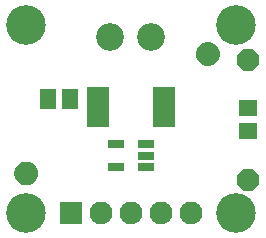
<source format=gbr>
G04 EAGLE Gerber RS-274X export*
G75*
%MOMM*%
%FSLAX34Y34*%
%LPD*%
%INSoldermask Top*%
%IPPOS*%
%AMOC8*
5,1,8,0,0,1.08239X$1,22.5*%
G01*
%ADD10R,1.452400X1.652400*%
%ADD11C,1.152400*%
%ADD12C,0.500000*%
%ADD13C,3.352400*%
%ADD14R,1.952400X3.352400*%
%ADD15C,2.336800*%
%ADD16R,1.352400X0.702400*%
%ADD17R,1.930400X1.930400*%
%ADD18C,1.930400*%
%ADD19P,1.979475X8X112.500000*%
%ADD20R,1.600000X1.400000*%


D10*
X62840Y121190D03*
X43840Y121190D03*
D11*
X179320Y159570D03*
D12*
X179320Y167070D02*
X179139Y167068D01*
X178958Y167061D01*
X178777Y167050D01*
X178596Y167035D01*
X178416Y167015D01*
X178236Y166991D01*
X178057Y166963D01*
X177879Y166930D01*
X177702Y166893D01*
X177525Y166852D01*
X177350Y166807D01*
X177175Y166757D01*
X177002Y166703D01*
X176831Y166645D01*
X176660Y166583D01*
X176492Y166516D01*
X176325Y166446D01*
X176159Y166372D01*
X175996Y166293D01*
X175835Y166211D01*
X175675Y166125D01*
X175518Y166035D01*
X175363Y165941D01*
X175210Y165844D01*
X175060Y165742D01*
X174912Y165638D01*
X174766Y165529D01*
X174624Y165418D01*
X174484Y165302D01*
X174347Y165184D01*
X174212Y165062D01*
X174081Y164937D01*
X173953Y164809D01*
X173828Y164678D01*
X173706Y164543D01*
X173588Y164406D01*
X173472Y164266D01*
X173361Y164124D01*
X173252Y163978D01*
X173148Y163830D01*
X173046Y163680D01*
X172949Y163527D01*
X172855Y163372D01*
X172765Y163215D01*
X172679Y163055D01*
X172597Y162894D01*
X172518Y162731D01*
X172444Y162565D01*
X172374Y162398D01*
X172307Y162230D01*
X172245Y162059D01*
X172187Y161888D01*
X172133Y161715D01*
X172083Y161540D01*
X172038Y161365D01*
X171997Y161188D01*
X171960Y161011D01*
X171927Y160833D01*
X171899Y160654D01*
X171875Y160474D01*
X171855Y160294D01*
X171840Y160113D01*
X171829Y159932D01*
X171822Y159751D01*
X171820Y159570D01*
X179320Y167070D02*
X179501Y167068D01*
X179682Y167061D01*
X179863Y167050D01*
X180044Y167035D01*
X180224Y167015D01*
X180404Y166991D01*
X180583Y166963D01*
X180761Y166930D01*
X180938Y166893D01*
X181115Y166852D01*
X181290Y166807D01*
X181465Y166757D01*
X181638Y166703D01*
X181809Y166645D01*
X181980Y166583D01*
X182148Y166516D01*
X182315Y166446D01*
X182481Y166372D01*
X182644Y166293D01*
X182805Y166211D01*
X182965Y166125D01*
X183122Y166035D01*
X183277Y165941D01*
X183430Y165844D01*
X183580Y165742D01*
X183728Y165638D01*
X183874Y165529D01*
X184016Y165418D01*
X184156Y165302D01*
X184293Y165184D01*
X184428Y165062D01*
X184559Y164937D01*
X184687Y164809D01*
X184812Y164678D01*
X184934Y164543D01*
X185052Y164406D01*
X185168Y164266D01*
X185279Y164124D01*
X185388Y163978D01*
X185492Y163830D01*
X185594Y163680D01*
X185691Y163527D01*
X185785Y163372D01*
X185875Y163215D01*
X185961Y163055D01*
X186043Y162894D01*
X186122Y162731D01*
X186196Y162565D01*
X186266Y162398D01*
X186333Y162230D01*
X186395Y162059D01*
X186453Y161888D01*
X186507Y161715D01*
X186557Y161540D01*
X186602Y161365D01*
X186643Y161188D01*
X186680Y161011D01*
X186713Y160833D01*
X186741Y160654D01*
X186765Y160474D01*
X186785Y160294D01*
X186800Y160113D01*
X186811Y159932D01*
X186818Y159751D01*
X186820Y159570D01*
X186818Y159389D01*
X186811Y159208D01*
X186800Y159027D01*
X186785Y158846D01*
X186765Y158666D01*
X186741Y158486D01*
X186713Y158307D01*
X186680Y158129D01*
X186643Y157952D01*
X186602Y157775D01*
X186557Y157600D01*
X186507Y157425D01*
X186453Y157252D01*
X186395Y157081D01*
X186333Y156910D01*
X186266Y156742D01*
X186196Y156575D01*
X186122Y156409D01*
X186043Y156246D01*
X185961Y156085D01*
X185875Y155925D01*
X185785Y155768D01*
X185691Y155613D01*
X185594Y155460D01*
X185492Y155310D01*
X185388Y155162D01*
X185279Y155016D01*
X185168Y154874D01*
X185052Y154734D01*
X184934Y154597D01*
X184812Y154462D01*
X184687Y154331D01*
X184559Y154203D01*
X184428Y154078D01*
X184293Y153956D01*
X184156Y153838D01*
X184016Y153722D01*
X183874Y153611D01*
X183728Y153502D01*
X183580Y153398D01*
X183430Y153296D01*
X183277Y153199D01*
X183122Y153105D01*
X182965Y153015D01*
X182805Y152929D01*
X182644Y152847D01*
X182481Y152768D01*
X182315Y152694D01*
X182148Y152624D01*
X181980Y152557D01*
X181809Y152495D01*
X181638Y152437D01*
X181465Y152383D01*
X181290Y152333D01*
X181115Y152288D01*
X180938Y152247D01*
X180761Y152210D01*
X180583Y152177D01*
X180404Y152149D01*
X180224Y152125D01*
X180044Y152105D01*
X179863Y152090D01*
X179682Y152079D01*
X179501Y152072D01*
X179320Y152070D01*
X179139Y152072D01*
X178958Y152079D01*
X178777Y152090D01*
X178596Y152105D01*
X178416Y152125D01*
X178236Y152149D01*
X178057Y152177D01*
X177879Y152210D01*
X177702Y152247D01*
X177525Y152288D01*
X177350Y152333D01*
X177175Y152383D01*
X177002Y152437D01*
X176831Y152495D01*
X176660Y152557D01*
X176492Y152624D01*
X176325Y152694D01*
X176159Y152768D01*
X175996Y152847D01*
X175835Y152929D01*
X175675Y153015D01*
X175518Y153105D01*
X175363Y153199D01*
X175210Y153296D01*
X175060Y153398D01*
X174912Y153502D01*
X174766Y153611D01*
X174624Y153722D01*
X174484Y153838D01*
X174347Y153956D01*
X174212Y154078D01*
X174081Y154203D01*
X173953Y154331D01*
X173828Y154462D01*
X173706Y154597D01*
X173588Y154734D01*
X173472Y154874D01*
X173361Y155016D01*
X173252Y155162D01*
X173148Y155310D01*
X173046Y155460D01*
X172949Y155613D01*
X172855Y155768D01*
X172765Y155925D01*
X172679Y156085D01*
X172597Y156246D01*
X172518Y156409D01*
X172444Y156575D01*
X172374Y156742D01*
X172307Y156910D01*
X172245Y157081D01*
X172187Y157252D01*
X172133Y157425D01*
X172083Y157600D01*
X172038Y157775D01*
X171997Y157952D01*
X171960Y158129D01*
X171927Y158307D01*
X171899Y158486D01*
X171875Y158666D01*
X171855Y158846D01*
X171840Y159027D01*
X171829Y159208D01*
X171822Y159389D01*
X171820Y159570D01*
D11*
X25400Y58420D03*
D12*
X25400Y65920D02*
X25219Y65918D01*
X25038Y65911D01*
X24857Y65900D01*
X24676Y65885D01*
X24496Y65865D01*
X24316Y65841D01*
X24137Y65813D01*
X23959Y65780D01*
X23782Y65743D01*
X23605Y65702D01*
X23430Y65657D01*
X23255Y65607D01*
X23082Y65553D01*
X22911Y65495D01*
X22740Y65433D01*
X22572Y65366D01*
X22405Y65296D01*
X22239Y65222D01*
X22076Y65143D01*
X21915Y65061D01*
X21755Y64975D01*
X21598Y64885D01*
X21443Y64791D01*
X21290Y64694D01*
X21140Y64592D01*
X20992Y64488D01*
X20846Y64379D01*
X20704Y64268D01*
X20564Y64152D01*
X20427Y64034D01*
X20292Y63912D01*
X20161Y63787D01*
X20033Y63659D01*
X19908Y63528D01*
X19786Y63393D01*
X19668Y63256D01*
X19552Y63116D01*
X19441Y62974D01*
X19332Y62828D01*
X19228Y62680D01*
X19126Y62530D01*
X19029Y62377D01*
X18935Y62222D01*
X18845Y62065D01*
X18759Y61905D01*
X18677Y61744D01*
X18598Y61581D01*
X18524Y61415D01*
X18454Y61248D01*
X18387Y61080D01*
X18325Y60909D01*
X18267Y60738D01*
X18213Y60565D01*
X18163Y60390D01*
X18118Y60215D01*
X18077Y60038D01*
X18040Y59861D01*
X18007Y59683D01*
X17979Y59504D01*
X17955Y59324D01*
X17935Y59144D01*
X17920Y58963D01*
X17909Y58782D01*
X17902Y58601D01*
X17900Y58420D01*
X25400Y65920D02*
X25581Y65918D01*
X25762Y65911D01*
X25943Y65900D01*
X26124Y65885D01*
X26304Y65865D01*
X26484Y65841D01*
X26663Y65813D01*
X26841Y65780D01*
X27018Y65743D01*
X27195Y65702D01*
X27370Y65657D01*
X27545Y65607D01*
X27718Y65553D01*
X27889Y65495D01*
X28060Y65433D01*
X28228Y65366D01*
X28395Y65296D01*
X28561Y65222D01*
X28724Y65143D01*
X28885Y65061D01*
X29045Y64975D01*
X29202Y64885D01*
X29357Y64791D01*
X29510Y64694D01*
X29660Y64592D01*
X29808Y64488D01*
X29954Y64379D01*
X30096Y64268D01*
X30236Y64152D01*
X30373Y64034D01*
X30508Y63912D01*
X30639Y63787D01*
X30767Y63659D01*
X30892Y63528D01*
X31014Y63393D01*
X31132Y63256D01*
X31248Y63116D01*
X31359Y62974D01*
X31468Y62828D01*
X31572Y62680D01*
X31674Y62530D01*
X31771Y62377D01*
X31865Y62222D01*
X31955Y62065D01*
X32041Y61905D01*
X32123Y61744D01*
X32202Y61581D01*
X32276Y61415D01*
X32346Y61248D01*
X32413Y61080D01*
X32475Y60909D01*
X32533Y60738D01*
X32587Y60565D01*
X32637Y60390D01*
X32682Y60215D01*
X32723Y60038D01*
X32760Y59861D01*
X32793Y59683D01*
X32821Y59504D01*
X32845Y59324D01*
X32865Y59144D01*
X32880Y58963D01*
X32891Y58782D01*
X32898Y58601D01*
X32900Y58420D01*
X32898Y58239D01*
X32891Y58058D01*
X32880Y57877D01*
X32865Y57696D01*
X32845Y57516D01*
X32821Y57336D01*
X32793Y57157D01*
X32760Y56979D01*
X32723Y56802D01*
X32682Y56625D01*
X32637Y56450D01*
X32587Y56275D01*
X32533Y56102D01*
X32475Y55931D01*
X32413Y55760D01*
X32346Y55592D01*
X32276Y55425D01*
X32202Y55259D01*
X32123Y55096D01*
X32041Y54935D01*
X31955Y54775D01*
X31865Y54618D01*
X31771Y54463D01*
X31674Y54310D01*
X31572Y54160D01*
X31468Y54012D01*
X31359Y53866D01*
X31248Y53724D01*
X31132Y53584D01*
X31014Y53447D01*
X30892Y53312D01*
X30767Y53181D01*
X30639Y53053D01*
X30508Y52928D01*
X30373Y52806D01*
X30236Y52688D01*
X30096Y52572D01*
X29954Y52461D01*
X29808Y52352D01*
X29660Y52248D01*
X29510Y52146D01*
X29357Y52049D01*
X29202Y51955D01*
X29045Y51865D01*
X28885Y51779D01*
X28724Y51697D01*
X28561Y51618D01*
X28395Y51544D01*
X28228Y51474D01*
X28060Y51407D01*
X27889Y51345D01*
X27718Y51287D01*
X27545Y51233D01*
X27370Y51183D01*
X27195Y51138D01*
X27018Y51097D01*
X26841Y51060D01*
X26663Y51027D01*
X26484Y50999D01*
X26304Y50975D01*
X26124Y50955D01*
X25943Y50940D01*
X25762Y50929D01*
X25581Y50922D01*
X25400Y50920D01*
X25219Y50922D01*
X25038Y50929D01*
X24857Y50940D01*
X24676Y50955D01*
X24496Y50975D01*
X24316Y50999D01*
X24137Y51027D01*
X23959Y51060D01*
X23782Y51097D01*
X23605Y51138D01*
X23430Y51183D01*
X23255Y51233D01*
X23082Y51287D01*
X22911Y51345D01*
X22740Y51407D01*
X22572Y51474D01*
X22405Y51544D01*
X22239Y51618D01*
X22076Y51697D01*
X21915Y51779D01*
X21755Y51865D01*
X21598Y51955D01*
X21443Y52049D01*
X21290Y52146D01*
X21140Y52248D01*
X20992Y52352D01*
X20846Y52461D01*
X20704Y52572D01*
X20564Y52688D01*
X20427Y52806D01*
X20292Y52928D01*
X20161Y53053D01*
X20033Y53181D01*
X19908Y53312D01*
X19786Y53447D01*
X19668Y53584D01*
X19552Y53724D01*
X19441Y53866D01*
X19332Y54012D01*
X19228Y54160D01*
X19126Y54310D01*
X19029Y54463D01*
X18935Y54618D01*
X18845Y54775D01*
X18759Y54935D01*
X18677Y55096D01*
X18598Y55259D01*
X18524Y55425D01*
X18454Y55592D01*
X18387Y55760D01*
X18325Y55931D01*
X18267Y56102D01*
X18213Y56275D01*
X18163Y56450D01*
X18118Y56625D01*
X18077Y56802D01*
X18040Y56979D01*
X18007Y57157D01*
X17979Y57336D01*
X17955Y57516D01*
X17935Y57696D01*
X17920Y57877D01*
X17909Y58058D01*
X17902Y58239D01*
X17900Y58420D01*
D13*
X203200Y25400D03*
X25400Y25400D03*
X25400Y184300D03*
X203200Y184300D03*
D14*
X86300Y115090D03*
X142300Y115090D03*
D15*
X96030Y173760D03*
X131030Y173760D03*
D16*
X127301Y64160D03*
X127301Y73660D03*
X127301Y83160D03*
X101299Y83160D03*
X101299Y64160D03*
D17*
X63500Y25400D03*
D18*
X88900Y25400D03*
X114300Y25400D03*
X139700Y25400D03*
X165100Y25400D03*
D19*
X213360Y53340D03*
X213360Y154940D03*
D20*
X213360Y94140D03*
X213360Y114140D03*
M02*

</source>
